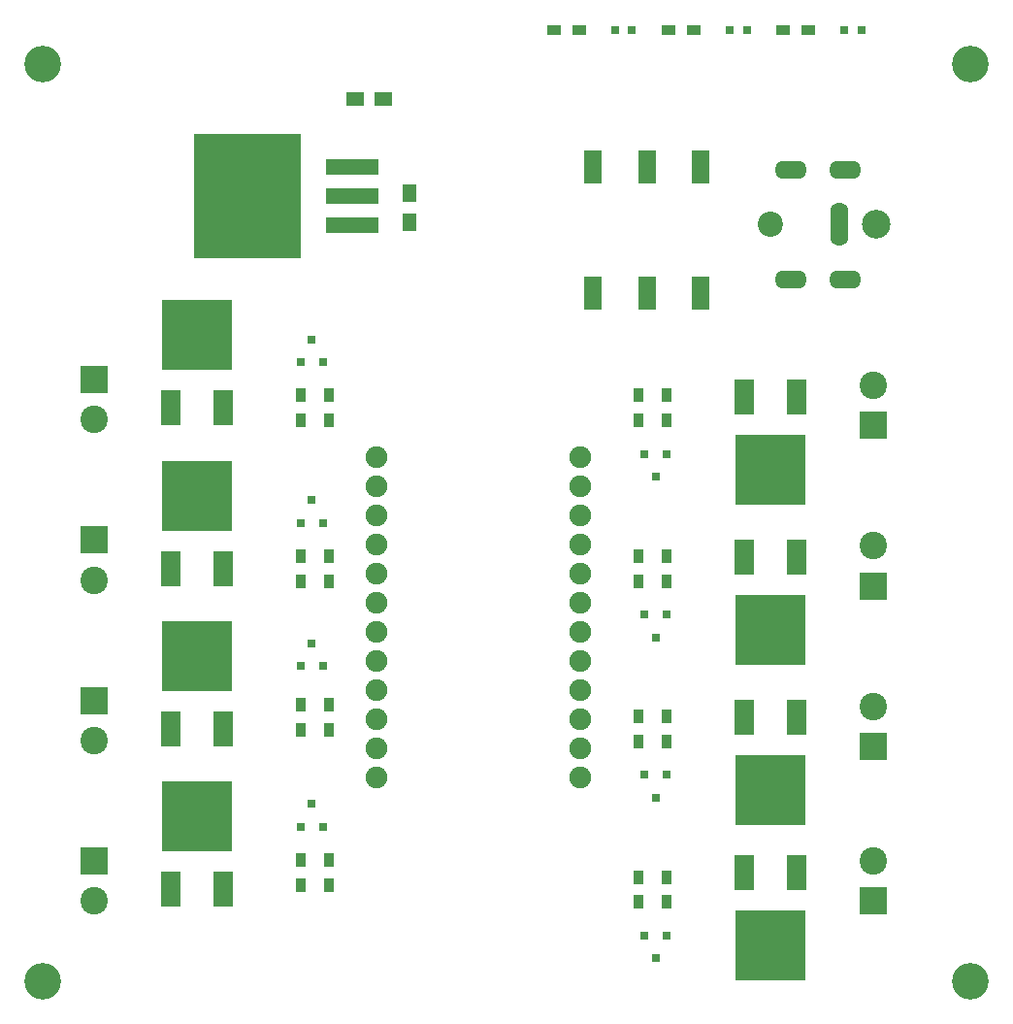
<source format=gts>
G04 #@! TF.FileFunction,Soldermask,Top*
%FSLAX46Y46*%
G04 Gerber Fmt 4.6, Leading zero omitted, Abs format (unit mm)*
G04 Created by KiCad (PCBNEW 4.0.1-stable) date 22-Mar-16 21:49:02*
%MOMM*%
G01*
G04 APERTURE LIST*
%ADD10C,0.100000*%
%ADD11C,2.400000*%
%ADD12R,2.400000X2.400000*%
%ADD13R,1.500000X1.250000*%
%ADD14R,1.250000X1.500000*%
%ADD15R,1.651000X3.048000*%
%ADD16R,6.096000X6.096000*%
%ADD17R,0.900000X1.200000*%
%ADD18R,1.600000X3.000000*%
%ADD19R,4.600000X1.390000*%
%ADD20R,9.400000X10.800000*%
%ADD21C,1.900000*%
%ADD22R,0.800100X0.800100*%
%ADD23O,2.800000X1.600000*%
%ADD24C,2.500000*%
%ADD25O,1.600000X3.800000*%
%ADD26C,2.200000*%
%ADD27C,3.200000*%
%ADD28R,1.200000X0.900000*%
%ADD29R,0.797560X0.797560*%
G04 APERTURE END LIST*
D10*
D11*
X169000000Y-83000000D03*
D12*
X169000000Y-86500000D03*
D11*
X101000000Y-100000000D03*
D12*
X101000000Y-96500000D03*
D13*
X123750000Y-58000000D03*
X126250000Y-58000000D03*
D14*
X128500000Y-66250000D03*
X128500000Y-68750000D03*
D11*
X169000000Y-111000000D03*
D12*
X169000000Y-114500000D03*
D11*
X169000000Y-97000000D03*
D12*
X169000000Y-100500000D03*
D11*
X101000000Y-128000000D03*
D12*
X101000000Y-124500000D03*
D11*
X101000000Y-114000000D03*
D12*
X101000000Y-110500000D03*
D11*
X101000000Y-86000000D03*
D12*
X101000000Y-82500000D03*
D15*
X162286000Y-125500000D03*
D16*
X160000000Y-131850000D03*
D15*
X157714000Y-125500000D03*
X162286000Y-112000000D03*
D16*
X160000000Y-118350000D03*
D15*
X157714000Y-112000000D03*
X162286000Y-98000000D03*
D16*
X160000000Y-104350000D03*
D15*
X157714000Y-98000000D03*
X162286000Y-84000000D03*
D16*
X160000000Y-90350000D03*
D15*
X157714000Y-84000000D03*
X107714000Y-127000000D03*
D16*
X110000000Y-120650000D03*
D15*
X112286000Y-127000000D03*
X107714000Y-113000000D03*
D16*
X110000000Y-106650000D03*
D15*
X112286000Y-113000000D03*
X107714000Y-99000000D03*
D16*
X110000000Y-92650000D03*
D15*
X112286000Y-99000000D03*
X107714000Y-85000000D03*
D16*
X110000000Y-78650000D03*
D15*
X112286000Y-85000000D03*
D17*
X148500000Y-128100000D03*
X148500000Y-125900000D03*
X151000000Y-125900000D03*
X151000000Y-128100000D03*
X148500000Y-114100000D03*
X148500000Y-111900000D03*
X151000000Y-111900000D03*
X151000000Y-114100000D03*
X148500000Y-100100000D03*
X148500000Y-97900000D03*
X151000000Y-97900000D03*
X151000000Y-100100000D03*
X148500000Y-86100000D03*
X148500000Y-83900000D03*
X151000000Y-83900000D03*
X151000000Y-86100000D03*
X121500000Y-124400000D03*
X121500000Y-126600000D03*
X119000000Y-126600000D03*
X119000000Y-124400000D03*
X121500000Y-110900000D03*
X121500000Y-113100000D03*
X119000000Y-113100000D03*
X119000000Y-110900000D03*
X121500000Y-97900000D03*
X121500000Y-100100000D03*
X119000000Y-100100000D03*
X119000000Y-97900000D03*
X121500000Y-83900000D03*
X121500000Y-86100000D03*
X119000000Y-86100000D03*
X119000000Y-83900000D03*
D18*
X153950000Y-64000000D03*
X149250000Y-64000000D03*
X144550000Y-64000000D03*
X153950000Y-75000000D03*
X149250000Y-75000000D03*
X144550000Y-75000000D03*
D19*
X123500000Y-66500000D03*
D20*
X114350000Y-66500000D03*
D19*
X123500000Y-63960000D03*
X123500000Y-69040000D03*
D21*
X125610000Y-89260000D03*
X125610000Y-91800000D03*
X125610000Y-94340000D03*
X125610000Y-96880000D03*
X125610000Y-99420000D03*
X125610000Y-101960000D03*
X125610000Y-104500000D03*
X125610000Y-107040000D03*
X125610000Y-109580000D03*
X125610000Y-112120000D03*
X125610000Y-114660000D03*
X125610000Y-117200000D03*
X143390000Y-89260000D03*
X143390000Y-91800000D03*
X143390000Y-94340000D03*
X143390000Y-96880000D03*
X143390000Y-99420000D03*
X143390000Y-101960000D03*
X143390000Y-104500000D03*
X143390000Y-107040000D03*
X143390000Y-109580000D03*
X143390000Y-112120000D03*
X143390000Y-114660000D03*
X143390000Y-117200000D03*
D11*
X169000000Y-124500000D03*
D12*
X169000000Y-128000000D03*
D22*
X150950000Y-130999240D03*
X149050000Y-130999240D03*
X150000000Y-132998220D03*
X150950000Y-116999240D03*
X149050000Y-116999240D03*
X150000000Y-118998220D03*
X150950000Y-102999240D03*
X149050000Y-102999240D03*
X150000000Y-104998220D03*
X150950000Y-88999240D03*
X149050000Y-88999240D03*
X150000000Y-90998220D03*
X119050000Y-121500760D03*
X120950000Y-121500760D03*
X120000000Y-119501780D03*
X119050000Y-107500760D03*
X120950000Y-107500760D03*
X120000000Y-105501780D03*
X119050000Y-95000760D03*
X120950000Y-95000760D03*
X120000000Y-93001780D03*
X119050000Y-81000760D03*
X120950000Y-81000760D03*
X120000000Y-79001780D03*
D23*
X161800000Y-64250000D03*
X166500000Y-73750000D03*
X166500000Y-64250000D03*
D24*
X169250000Y-69000000D03*
D25*
X166000000Y-69000000D03*
D26*
X160000000Y-69000000D03*
D23*
X161800000Y-73750000D03*
D27*
X96500000Y-55000000D03*
X177500000Y-55000000D03*
X96500000Y-135000000D03*
X177500000Y-135000000D03*
D28*
X153300000Y-52000000D03*
X151100000Y-52000000D03*
X143300000Y-52000000D03*
X141100000Y-52000000D03*
X163300000Y-52000000D03*
X161100000Y-52000000D03*
D29*
X157949300Y-52000000D03*
X156450700Y-52000000D03*
X147949300Y-52000000D03*
X146450700Y-52000000D03*
X167949300Y-52000000D03*
X166450700Y-52000000D03*
M02*

</source>
